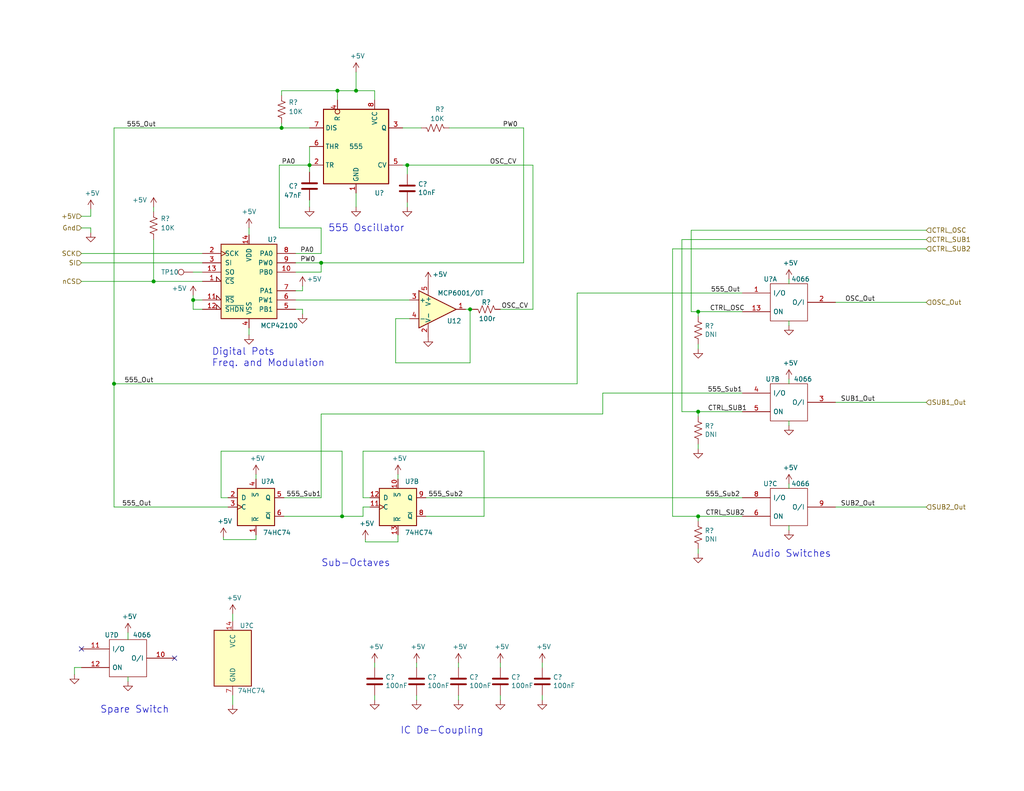
<source format=kicad_sch>
(kicad_sch (version 20231120) (generator "eeschema") (generator_version "8.0")
  (paper "A")
  (title_block (title "555 Noise Box") (date "2024-05-29") (rev "1") (company "Gadget Reboot") (comment 1 "https://www.youtube.com/gadgetreboot") (comment 2 "https://github.com/GadgetReboot/555_Noise_Box"))
  (lib_symbols
    (symbol "74xx:74HC74" (pin_names (offset 1.016))
      (property "Reference" "U" (at -7.62 8.89 0))
      (property "Value" "74HC74" (at -7.62 -8.89 0))
      (symbol "74HC74_1_0"
        (pin input line (at 0 -7.62 90) (length 2.54) (name "~{R}") (number "1"))
        (pin input line (at -7.62 2.54 0) (length 2.54) (name "D") (number "2"))
        (pin input clock (at -7.62 0 0) (length 2.54) (name "C") (number "3"))
        (pin input line (at 0 7.62 270) (length 2.54) (name "~{S}") (number "4"))
        (pin output line (at 7.62 2.54 180) (length 2.54) (name "Q") (number "5"))
        (pin output line (at 7.62 -2.54 180) (length 2.54) (name "~{Q}") (number "6"))
      )
      (symbol "74HC74_1_1"
        (rectangle (start -5.08 5.08) (end 5.08 -5.08) (stroke (width 0.254)) (fill (type background)))
      )
      (symbol "74HC74_2_0"
        (pin input line (at 0 7.62 270) (length 2.54) (name "~{S}") (number "10"))
        (pin input clock (at -7.62 0 0) (length 2.54) (name "C") (number "11"))
        (pin input line (at -7.62 2.54 0) (length 2.54) (name "D") (number "12"))
        (pin input line (at 0 -7.62 90) (length 2.54) (name "~{R}") (number "13"))
        (pin output line (at 7.62 -2.54 180) (length 2.54) (name "~{Q}") (number "8"))
        (pin output line (at 7.62 2.54 180) (length 2.54) (name "Q") (number "9"))
      )
      (symbol "74HC74_2_1"
        (rectangle (start -5.08 5.08) (end 5.08 -5.08) (stroke (width 0.254)) (fill (type background)))
      )
      (symbol "74HC74_3_0"
        (pin power_in line (at 0 10.16 270) (length 2.54) (name "VCC") (number "14"))
        (pin power_in line (at 0 -10.16 90) (length 2.54) (name "GND") (number "7"))
      )
      (symbol "74HC74_3_1"
        (rectangle (start -5.08 7.62) (end 5.08 -7.62) (stroke (width 0.254)) (fill (type background)))
      )
    )
    (symbol "Amplifier_Operational:MCP6001-OT" (pin_names (offset 0.127))
      (property "Reference" "U" (at -1.27 6.35 0))
      (property "Value" "MCP6001-OT" (at -1.27 3.81 0))
      (symbol "MCP6001-OT_0_1"
        (polyline (pts (xy -5.08 5.08) (xy 5.08 0) (xy -5.08 -5.08) (xy -5.08 5.08)) (stroke (width 0.254)) (fill (type background)))
        (pin power_in line (at -2.54 -7.62 90) (length 3.81) (name "V-") (number "2"))
        (pin power_in line (at -2.54 7.62 270) (length 3.81) (name "V+") (number "5"))
      )
      (symbol "MCP6001-OT_1_1"
        (pin output line (at 7.62 0 180) (length 2.54) (name "~") (number "1"))
        (pin input line (at -7.62 2.54 0) (length 2.54) (name "+") (number "3"))
        (pin input line (at -7.62 -2.54 0) (length 2.54) (name "-") (number "4"))
      )
    )
    (symbol "Connector:TestPoint" (pin_numbers hide) (pin_names (offset 0.762) hide)
      (property "Reference" "TP" (at 0 6.858 0))
      (property "Value" "TestPoint" (at 0 5.08 0))
      (symbol "TestPoint_0_1"
        (circle (center 0 3.302) (radius 0.762))
      )
      (symbol "TestPoint_1_1"
        (pin passive line (at 0 0 90) (length 2.54) (name "1") (number "1"))
      )
    )
    (symbol "Device:C" (pin_numbers hide) (pin_names (offset 0.254))
      (property "Reference" "C" (at 0.635 2.54 0))
      (property "Value" "C" (at 0.635 -2.54 0))
      (symbol "C_0_1"
        (polyline (pts (xy -2.032 -0.762) (xy 2.032 -0.762)) (stroke (width 0.508)))
        (polyline (pts (xy -2.032 0.762) (xy 2.032 0.762)) (stroke (width 0.508)))
      )
      (symbol "C_1_1"
        (pin passive line (at 0 3.81 270) (length 2.794) (name "~") (number "1"))
        (pin passive line (at 0 -3.81 90) (length 2.794) (name "~") (number "2"))
      )
    )
    (symbol "Device:R_US" (pin_numbers hide) (pin_names (offset 0))
      (property "Reference" "R" (at 2.54 0 90))
      (property "Value" "R_US" (at -2.54 0 90))
      (symbol "R_US_0_1"
        (polyline (pts (xy 0 -2.286) (xy 0 -2.54)))
        (polyline (pts (xy 0 2.286) (xy 0 2.54)))
        (polyline (pts (xy 0 -0.762) (xy 1.016 -1.143) (xy 0 -1.524) (xy -1.016 -1.905) (xy 0 -2.286)))
        (polyline (pts (xy 0 0.762) (xy 1.016 0.381) (xy 0 0) (xy -1.016 -0.381) (xy 0 -0.762)))
        (polyline (pts (xy 0 2.286) (xy 1.016 1.905) (xy 0 1.524) (xy -1.016 1.143) (xy 0 0.762)))
      )
      (symbol "R_US_1_1"
        (pin passive line (at 0 3.81 270) (length 1.27) (name "~") (number "1"))
        (pin passive line (at 0 -3.81 90) (length 1.27) (name "~") (number "2"))
      )
    )
    (symbol "GR_555_Noise_Box-rescue:+5V-power" (power) (pin_names (offset 0))
      (property "Value" "power_+5V" (at 0 3.556 0))
      (symbol "+5V-power_0_1"
        (polyline (pts (xy -0.762 1.27) (xy 0 2.54)))
        (polyline (pts (xy 0 0) (xy 0 2.54)))
        (polyline (pts (xy 0 2.54) (xy 0.762 1.27)))
      )
      (symbol "+5V-power_1_1"
        (pin power_in line (at 0 0 90) (length 0) hide (name "+5V") (number "1"))
      )
    )
    (symbol "GR_555_Noise_Box-rescue:4066-4xxx_IEEE" (pin_names (offset 0.762))
      (property "Reference" "U" (at 2.54 5.08 0))
      (property "Value" "4xxx_IEEE_4066" (at 5.08 -5.08 0))
      (symbol "4066-4xxx_IEEE_0_1"
        (rectangle (start -5.08 5.08) (end 5.08 -5.08))
        (pin power_in line (at 0 5.08 270) (length 0) hide (name "Vdd") (number "14"))
        (pin power_in line (at 0 -5.08 90) (length 0) hide (name "Vss") (number "7"))
      )
      (symbol "4066-4xxx_IEEE_1_1"
        (pin passive line (at -12.7 2.54 0) (length 7.62) (name "I/O") (number "1"))
        (pin input line (at -12.7 -2.54 0) (length 7.62) (name "ON") (number "13"))
        (pin passive line (at 12.7 0 180) (length 7.62) (name "O/I") (number "2"))
      )
      (symbol "4066-4xxx_IEEE_2_1"
        (pin passive line (at 12.7 0 180) (length 7.62) (name "O/I") (number "3"))
        (pin passive line (at -12.7 2.54 0) (length 7.62) (name "I/O") (number "4"))
        (pin input line (at -12.7 -2.54 0) (length 7.62) (name "ON") (number "5"))
      )
      (symbol "4066-4xxx_IEEE_3_1"
        (pin input line (at -12.7 -2.54 0) (length 7.62) (name "ON") (number "6"))
        (pin passive line (at -12.7 2.54 0) (length 7.62) (name "I/O") (number "8"))
        (pin passive line (at 12.7 0 180) (length 7.62) (name "O/I") (number "9"))
      )
      (symbol "4066-4xxx_IEEE_4_1"
        (pin passive line (at 12.7 0 180) (length 7.62) (name "O/I") (number "10"))
        (pin passive line (at -12.7 2.54 0) (length 7.62) (name "I/O") (number "11"))
        (pin input line (at -12.7 -2.54 0) (length 7.62) (name "ON") (number "12"))
      )
    )
    (symbol "GR_555_Noise_Box-rescue:GND-power" (power) (pin_names (offset 0))
      (property "Value" "power_GND" (at 0 -3.81 0))
      (symbol "GND-power_0_1"
        (polyline (pts (xy 0 0) (xy 0 -1.27) (xy 1.27 -1.27) (xy 0 -2.54) (xy -1.27 -1.27) (xy 0 -1.27)))
      )
      (symbol "GND-power_1_1"
        (pin power_in line (at 0 0 270) (length 0) hide (name "GND") (number "1"))
      )
    )
    (symbol "Potentiometer_Digital:MCP42100" (pin_names (offset 1.016))
      (property "Reference" "U" (at -7.62 11.43 0))
      (property "Value" "MCP42100" (at 2.54 11.43 0))
      (symbol "MCP42100_0_1"
        (rectangle (start -7.62 10.16) (end 7.62 -10.16) (stroke (width 0.254)) (fill (type background)))
      )
      (symbol "MCP42100_1_1"
        (pin input input_low (at -12.7 0 0) (length 5.08) (name "~{CS}") (number "1"))
        (pin passive line (at 12.7 2.54 180) (length 5.08) (name "PB0") (number "10"))
        (pin input input_low (at -12.7 -5.08 0) (length 5.08) (name "~{RS}") (number "11"))
        (pin input input_low (at -12.7 -7.62 0) (length 5.08) (name "~{SHDN}") (number "12"))
        (pin output line (at -12.7 2.54 0) (length 5.08) (name "SO") (number "13"))
        (pin power_in line (at 0 12.7 270) (length 2.54) (name "VDD") (number "14"))
        (pin input clock (at -12.7 7.62 0) (length 5.08) (name "SCK") (number "2"))
        (pin input line (at -12.7 5.08 0) (length 5.08) (name "SI") (number "3"))
        (pin power_in line (at 0 -12.7 90) (length 2.54) (name "VSS") (number "4"))
        (pin passive line (at 12.7 -7.62 180) (length 5.08) (name "PB1") (number "5"))
        (pin passive line (at 12.7 -5.08 180) (length 5.08) (name "PW1") (number "6"))
        (pin passive line (at 12.7 -2.54 180) (length 5.08) (name "PA1") (number "7"))
        (pin passive line (at 12.7 7.62 180) (length 5.08) (name "PA0") (number "8"))
        (pin passive line (at 12.7 5.08 180) (length 5.08) (name "PW0") (number "9"))
      )
    )
    (symbol "SoundLogic:555"
      (property "Reference" "U" (at -10.16 8.89 0))
      (property "Value" "555" (at -1.27 0 0))
      (symbol "555_0_0"
        (pin power_in line (at 0 -12.7 90) (length 2.54) (name "GND") (number "1"))
        (pin power_in line (at 5.08 12.7 270) (length 2.54) (name "VCC") (number "8"))
      )
      (symbol "555_0_1"
        (rectangle (start -8.89 -10.16) (end 8.89 10.16) (stroke (width 0.254)) (fill (type background)))
        (rectangle (start -8.89 -10.16) (end 8.89 10.16) (stroke (width 0.254)) (fill (type background)))
      )
      (symbol "555_1_1"
        (pin input line (at -12.7 -5.08 0) (length 3.81) (name "TR") (number "2"))
        (pin output line (at 12.7 5.08 180) (length 3.81) (name "Q") (number "3"))
        (pin input inverted (at -5.08 12.7 270) (length 3.81) (name "R") (number "4"))
        (pin input line (at 12.7 -5.08 180) (length 3.81) (name "CV") (number "5"))
        (pin input line (at -12.7 0 0) (length 3.81) (name "THR") (number "6"))
        (pin input line (at -12.7 5.08 0) (length 3.81) (name "DIS") (number "7"))
      )
    )
  )
  (junction (at 31.115 104.775))
  (junction (at 97.155 24.765))
  (junction (at 92.075 24.765))
  (junction (at 93.345 140.97))
  (junction (at 87.63 71.755))
  (junction (at 41.91 76.835))
  (junction (at 190.5 85.09))
  (junction (at 190.5 140.97))
  (junction (at 190.5 112.395))
  (junction (at 52.705 81.915))
  (junction (at 84.455 45.085))
  (junction (at 76.835 34.925))
  (junction (at 128.27 84.455))
  (junction (at 111.125 45.085))
  (no_connect (at 47.625 179.705))
  (no_connect (at 22.225 177.165))
  (wire (pts (xy 22.225 59.055) (xy 24.765 59.055)))
  (wire (pts (xy 116.205 135.89) (xy 202.565 135.89)))
  (wire (pts (xy 84.455 45.085) (xy 76.2 45.085)))
  (wire (pts (xy 69.85 147.32) (xy 69.85 146.05)))
  (wire (pts (xy 142.875 71.755) (xy 142.875 34.925)))
  (wire (pts (xy 164.465 113.03) (xy 87.63 113.03)))
  (wire (pts (xy 227.965 109.855) (xy 252.73 109.855)))
  (wire (pts (xy 77.47 135.89) (xy 87.63 135.89)))
  (wire (pts (xy 84.455 46.99) (xy 84.455 45.085)))
  (wire (pts (xy 84.455 54.61) (xy 84.455 56.515)))
  (wire (pts (xy 34.925 184.785) (xy 34.925 186.055)))
  (wire (pts (xy 62.23 138.43) (xy 31.115 138.43)))
  (wire (pts (xy 186.055 65.405) (xy 252.73 65.405)))
  (wire (pts (xy 62.23 135.89) (xy 60.325 135.89)))
  (wire (pts (xy 215.265 76.2) (xy 215.265 77.47)))
  (wire (pts (xy 102.235 182.245) (xy 102.235 180.975)))
  (wire (pts (xy 102.235 189.865) (xy 102.235 191.135)))
  (wire (pts (xy 55.245 84.455) (xy 52.705 84.455)))
  (wire (pts (xy 22.225 62.23) (xy 24.765 62.23)))
  (wire (pts (xy 84.455 34.925) (xy 76.835 34.925)))
  (wire (pts (xy 190.5 113.665) (xy 190.5 112.395)))
  (wire (pts (xy 190.5 121.285) (xy 190.5 122.555)))
  (wire (pts (xy 31.115 104.775) (xy 31.115 34.925)))
  (wire (pts (xy 99.06 138.43) (xy 100.965 138.43)))
  (wire (pts (xy 102.235 27.305) (xy 102.235 24.765)))
  (wire (pts (xy 69.85 130.81) (xy 69.85 129.54)))
  (wire (pts (xy 99.06 140.97) (xy 99.06 138.43)))
  (wire (pts (xy 147.955 182.245) (xy 147.955 180.975)))
  (wire (pts (xy 22.225 182.245) (xy 20.32 182.245)))
  (wire (pts (xy 24.765 62.23) (xy 24.765 63.5)))
  (wire (pts (xy 125.095 189.865) (xy 125.095 191.135)))
  (wire (pts (xy 136.525 84.455) (xy 145.415 84.455)))
  (wire (pts (xy 108.585 147.955) (xy 108.585 146.05)))
  (wire (pts (xy 100.965 135.89) (xy 99.06 135.89)))
  (wire (pts (xy 128.27 84.455) (xy 128.905 84.455)))
  (wire (pts (xy 60.325 135.89) (xy 60.325 123.19)))
  (wire (pts (xy 188.595 62.865) (xy 252.73 62.865)))
  (wire (pts (xy 87.63 62.23) (xy 87.63 69.215)))
  (wire (pts (xy 190.5 85.09) (xy 202.565 85.09)))
  (wire (pts (xy 20.32 182.245) (xy 20.32 184.15)))
  (wire (pts (xy 93.345 140.97) (xy 99.06 140.97)))
  (wire (pts (xy 136.525 189.865) (xy 136.525 191.135)))
  (wire (pts (xy 99.06 123.19) (xy 132.08 123.19)))
  (wire (pts (xy 52.705 84.455) (xy 52.705 81.915)))
  (wire (pts (xy 87.63 71.755) (xy 142.875 71.755)))
  (wire (pts (xy 67.945 89.535) (xy 67.945 91.44)))
  (wire (pts (xy 22.225 69.215) (xy 55.245 69.215)))
  (wire (pts (xy 215.265 132.08) (xy 215.265 133.35)))
  (wire (pts (xy 188.595 85.09) (xy 190.5 85.09)))
  (wire (pts (xy 109.855 34.925) (xy 114.935 34.925)))
  (wire (pts (xy 87.63 113.03) (xy 87.63 135.89)))
  (wire (pts (xy 41.91 76.835) (xy 55.245 76.835)))
  (wire (pts (xy 102.235 24.765) (xy 97.155 24.765)))
  (wire (pts (xy 109.855 45.085) (xy 111.125 45.085)))
  (wire (pts (xy 202.565 107.315) (xy 164.465 107.315)))
  (wire (pts (xy 188.595 85.09) (xy 188.595 62.865)))
  (wire (pts (xy 55.245 71.755) (xy 22.225 71.755)))
  (wire (pts (xy 31.115 34.925) (xy 76.835 34.925)))
  (wire (pts (xy 88.265 45.085) (xy 84.455 45.085)))
  (wire (pts (xy 60.96 146.685) (xy 60.96 147.32)))
  (wire (pts (xy 215.265 143.51) (xy 215.265 144.78)))
  (wire (pts (xy 122.555 34.925) (xy 142.875 34.925)))
  (wire (pts (xy 52.705 74.295) (xy 55.245 74.295)))
  (wire (pts (xy 132.08 140.97) (xy 116.205 140.97)))
  (wire (pts (xy 111.125 45.085) (xy 111.125 47.625)))
  (wire (pts (xy 215.265 87.63) (xy 215.265 88.9)))
  (wire (pts (xy 157.48 104.775) (xy 31.115 104.775)))
  (wire (pts (xy 107.95 86.995) (xy 107.95 99.06)))
  (wire (pts (xy 41.91 65.405) (xy 41.91 76.835)))
  (wire (pts (xy 111.76 86.995) (xy 107.95 86.995)))
  (wire (pts (xy 63.5 192.405) (xy 63.5 189.865)))
  (wire (pts (xy 136.525 182.245) (xy 136.525 180.975)))
  (wire (pts (xy 164.465 107.315) (xy 164.465 113.03)))
  (wire (pts (xy 22.225 76.835) (xy 41.91 76.835)))
  (wire (pts (xy 113.665 182.245) (xy 113.665 180.975)))
  (wire (pts (xy 84.455 40.005) (xy 84.455 45.085)))
  (wire (pts (xy 186.055 112.395) (xy 186.055 65.405)))
  (wire (pts (xy 63.5 169.545) (xy 63.5 167.64)))
  (wire (pts (xy 80.645 69.215) (xy 87.63 69.215)))
  (wire (pts (xy 145.415 45.085) (xy 145.415 84.455)))
  (wire (pts (xy 34.925 174.625) (xy 34.925 172.72)))
  (wire (pts (xy 97.155 52.705) (xy 97.155 56.515)))
  (wire (pts (xy 60.96 147.32) (xy 69.85 147.32)))
  (wire (pts (xy 183.515 140.97) (xy 190.5 140.97)))
  (wire (pts (xy 190.5 151.13) (xy 190.5 149.86)))
  (wire (pts (xy 127 84.455) (xy 128.27 84.455)))
  (wire (pts (xy 93.345 123.19) (xy 93.345 140.97)))
  (wire (pts (xy 76.2 62.23) (xy 87.63 62.23)))
  (wire (pts (xy 31.115 138.43) (xy 31.115 104.775)))
  (wire (pts (xy 93.345 140.97) (xy 77.47 140.97)))
  (wire (pts (xy 82.55 79.375) (xy 82.55 78.105)))
  (wire (pts (xy 157.48 80.01) (xy 157.48 104.775)))
  (wire (pts (xy 80.645 71.755) (xy 87.63 71.755)))
  (wire (pts (xy 92.075 24.765) (xy 92.075 27.305)))
  (wire (pts (xy 99.695 147.955) (xy 108.585 147.955)))
  (wire (pts (xy 24.765 59.055) (xy 24.765 57.15)))
  (wire (pts (xy 99.695 147.32) (xy 99.695 147.955)))
  (wire (pts (xy 157.48 80.01) (xy 202.565 80.01)))
  (wire (pts (xy 111.125 55.245) (xy 111.125 56.515)))
  (wire (pts (xy 82.55 84.455) (xy 82.55 85.725)))
  (wire (pts (xy 97.155 19.685) (xy 97.155 24.765)))
  (wire (pts (xy 128.27 84.455) (xy 128.27 99.06)))
  (wire (pts (xy 108.585 130.81) (xy 108.585 129.54)))
  (wire (pts (xy 183.515 67.945) (xy 183.515 140.97)))
  (wire (pts (xy 76.835 34.925) (xy 76.835 33.655)))
  (wire (pts (xy 80.645 79.375) (xy 82.55 79.375)))
  (wire (pts (xy 190.5 95.25) (xy 190.5 93.98)))
  (wire (pts (xy 190.5 112.395) (xy 202.565 112.395)))
  (wire (pts (xy 190.5 142.24) (xy 190.5 140.97)))
  (wire (pts (xy 215.265 114.935) (xy 215.265 116.205)))
  (wire (pts (xy 227.965 138.43) (xy 252.73 138.43)))
  (wire (pts (xy 80.645 84.455) (xy 82.55 84.455)))
  (wire (pts (xy 227.965 82.55) (xy 252.73 82.55)))
  (wire (pts (xy 41.91 56.515) (xy 41.91 57.785)))
  (wire (pts (xy 52.705 81.915) (xy 52.705 80.645)))
  (wire (pts (xy 186.055 112.395) (xy 190.5 112.395)))
  (wire (pts (xy 113.665 189.865) (xy 113.665 191.135)))
  (wire (pts (xy 99.06 135.89) (xy 99.06 123.19)))
  (wire (pts (xy 132.08 123.19) (xy 132.08 140.97)))
  (wire (pts (xy 111.125 45.085) (xy 145.415 45.085)))
  (wire (pts (xy 107.95 99.06) (xy 128.27 99.06)))
  (wire (pts (xy 80.645 81.915) (xy 111.76 81.915)))
  (wire (pts (xy 87.63 74.295) (xy 87.63 71.755)))
  (wire (pts (xy 125.095 182.245) (xy 125.095 180.975)))
  (wire (pts (xy 76.2 62.23) (xy 76.2 45.085)))
  (wire (pts (xy 97.155 24.765) (xy 92.075 24.765)))
  (wire (pts (xy 76.835 24.765) (xy 92.075 24.765)))
  (wire (pts (xy 190.5 86.36) (xy 190.5 85.09)))
  (wire (pts (xy 215.265 103.505) (xy 215.265 104.775)))
  (wire (pts (xy 67.945 62.23) (xy 67.945 64.135)))
  (wire (pts (xy 76.835 24.765) (xy 76.835 26.035)))
  (wire (pts (xy 55.245 81.915) (xy 52.705 81.915)))
  (wire (pts (xy 147.955 189.865) (xy 147.955 191.135)))
  (wire (pts (xy 252.73 67.945) (xy 183.515 67.945)))
  (wire (pts (xy 80.645 74.295) (xy 87.63 74.295)))
  (wire (pts (xy 190.5 140.97) (xy 202.565 140.97)))
  (wire (pts (xy 60.325 123.19) (xy 93.345 123.19)))
  (text "Audio Switches" (at 205.105 152.4 0) (effects (font (size 1.905 1.905)) (justify left bottom)))
  (text "Sub-Octaves" (at 87.63 154.94 0) (effects (font (size 1.905 1.905)) (justify left bottom)))
  (text "Spare Switch" (at 27.305 194.945 0) (effects (font (size 1.905 1.905)) (justify left bottom)))
  (text "555 Oscillator" (at 89.535 63.5 0) (effects (font (size 1.905 1.905)) (justify left bottom)))
  (text "Digital Pots\nFreq. and Modulation" (at 57.785 100.33 0) (effects (font (size 1.905 1.905)) (justify left bottom)))
  (text "IC De-Coupling" (at 109.22 200.66 0) (effects (font (size 1.905 1.905)) (justify left bottom)))
  (label "555_Sub2" (at 126.365 135.89 180))
  (label "SUB1_Out" (at 238.76 109.855 180))
  (label "CTRL_SUB1" (at 203.835 112.395 180))
  (label "OSC_Out" (at 238.76 82.55 180))
  (label "555_Out" (at 41.275 138.43 180))
  (label "OSC_CV" (at 140.97 45.085 180))
  (label "555_Out" (at 201.93 80.01 180))
  (label "PA0" (at 81.915 69.215 0))
  (label "555_Out" (at 41.91 104.775 180))
  (label "OSC_CV" (at 144.145 84.455 180))
  (label "PW0" (at 81.915 71.755 0))
  (label "CTRL_SUB2" (at 203.2 140.97 180))
  (label "555_Sub1" (at 202.565 107.315 180))
  (label "555_Sub1" (at 87.63 135.89 180))
  (label "CTRL_OSC" (at 203.2 85.09 180))
  (label "SUB2_Out" (at 238.76 138.43 180))
  (label "PA0" (at 76.835 45.085 0))
  (label "PW0" (at 137.16 34.925 0))
  (label "555_Sub2" (at 201.93 135.89 180))
  (label "555_Out" (at 42.545 34.925 180))
  (hierarchical_label "Gnd" (shape input) (at 22.225 62.23 180))
  (hierarchical_label "CTRL_OSC" (shape input) (at 252.73 62.865 0))
  (hierarchical_label "SCK" (shape input) (at 22.225 69.215 180))
  (hierarchical_label "+5V" (shape input) (at 22.225 59.055 180))
  (hierarchical_label "nCS" (shape input) (at 22.225 76.835 180))
  (hierarchical_label "CTRL_SUB1" (shape input) (at 252.73 65.405 0))
  (hierarchical_label "CTRL_SUB2" (shape input) (at 252.73 67.945 0))
  (hierarchical_label "SUB1_Out" (shape input) (at 252.73 109.855 0))
  (hierarchical_label "SI" (shape input) (at 22.225 71.755 180))
  (hierarchical_label "OSC_Out" (shape input) (at 252.73 82.55 0))
  (hierarchical_label "SUB2_Out" (shape input) (at 252.73 138.43 0))
  (symbol (lib_id "GR_555_Noise_Box-rescue:4066-4xxx_IEEE") (at 34.925 179.705 0) (unit 1)
    (property "Reference" "U3" (at 30.48 173.355 0))
    (property "Value" "4066" (at 38.735 173.355 0))
    (property "Footprint" "Package_SO:SOIC-14_3.9x8.7mm_P1.27mm" (effects (hide yes)))
    (instances (project "" (path "" (reference "U?") (unit 4)) (path "" (reference "U8") (unit 1)) (path "" (reference "U3") (unit 1))))
  )
  (symbol (lib_id "GR_555_Noise_Box-rescue:+5V-power") (at 34.925 172.72 0) (unit 1)
    (property "Reference" "#PWR039" (effects (hide yes)))
    (property "Value" "+5V" (at 35.306 168.3258 0))
    (instances (project "" (path "" (reference "#PWR?") (unit 1)) (path "" (reference "#PWR081") (unit 1)) (path "" (reference "#PWR039") (unit 1))))
  )
  (symbol (lib_id "GR_555_Noise_Box-rescue:GND-power") (at 34.925 186.055 0) (unit 1)
    (property "Reference" "#PWR040" (effects (hide yes)))
    (property "Value" "GND" (effects (hide yes)))
    (instances (project "" (path "" (reference "#PWR?") (unit 1)) (path "" (reference "#PWR082") (unit 1)) (path "" (reference "#PWR040") (unit 1))))
  )
  (symbol (lib_id "Amplifier_Operational:MCP6001-OT") (at 119.38 84.455 0) (unit 1)
    (property "Reference" "U12" (at 121.92 87.63 0) (effects (justify left)))
    (property "Value" "MCP6001/OT" (at 119.38 80.01 0) (effects (justify left)))
    (property "Footprint" "Package_TO_SOT_SMD:SOT-23-5" (effects (hide yes)))
    (instances (project "" (path "" (reference "U12") (unit 1)) (path "" (reference "U7") (unit 1))))
  )
  (symbol (lib_id "GR_555_Noise_Box-rescue:+5V-power") (at 116.84 76.835 0) (unit 1)
    (property "Reference" "#PWR061" (effects (hide yes)))
    (property "Value" "+5V" (at 120.015 74.93 0))
    (instances (project "" (path "" (reference "#PWR?") (unit 1)) (path "" (reference "#PWR0103") (unit 1)) (path "" (reference "#PWR061") (unit 1))))
  )
  (symbol (lib_id "GR_555_Noise_Box-rescue:GND-power") (at 116.84 92.075 0) (unit 1)
    (property "Reference" "#PWR062" (effects (hide yes)))
    (property "Value" "GND" (effects (hide yes)))
    (instances (project "" (path "" (reference "#PWR?") (unit 1)) (path "" (reference "#PWR0104") (unit 1)) (path "" (reference "#PWR062") (unit 1))))
  )
  (symbol (lib_id "GR_555_Noise_Box-rescue:GND-power") (at 20.32 184.15 0) (unit 1)
    (property "Reference" "#PWR036" (effects (hide yes)))
    (property "Value" "GND" (effects (hide yes)))
    (instances (project "" (path "" (reference "#PWR?") (unit 1)) (path "" (reference "#PWR078") (unit 1)) (path "" (reference "#PWR036") (unit 1))))
  )
  (symbol (lib_id "Device:C") (at 102.235 186.055 0) (unit 1)
    (property "Reference" "C5" (at 105.156 184.8866 0) (effects (justify left)))
    (property "Value" "100nF" (at 105.156 187.198 0) (effects (justify left)))
    (property "Footprint" "Capacitor_SMD:C_0805_2012Metric_Pad1.15x1.40mm_HandSolder" (effects (hide yes)))
    (instances (project "" (path "" (reference "C?") (unit 1)) (path "" (reference "C12") (unit 1)) (path "" (reference "C5") (unit 1))))
  )
  (symbol (lib_id "GR_555_Noise_Box-rescue:GND-power") (at 102.235 191.135 0) (unit 1)
    (property "Reference" "#PWR056" (effects (hide yes)))
    (property "Value" "GND" (effects (hide yes)))
    (instances (project "" (path "" (reference "#PWR?") (unit 1)) (path "" (reference "#PWR098") (unit 1)) (path "" (reference "#PWR056") (unit 1))))
  )
  (symbol (lib_id "GR_555_Noise_Box-rescue:+5V-power") (at 102.235 180.975 0) (unit 1)
    (property "Reference" "#PWR055" (effects (hide yes)))
    (property "Value" "+5V" (at 102.616 176.5808 0))
    (instances (project "" (path "" (reference "#PWR?") (unit 1)) (path "" (reference "#PWR097") (unit 1)) (path "" (reference "#PWR055") (unit 1))))
  )
  (symbol (lib_id "Device:C") (at 113.665 186.055 0) (unit 1)
    (property "Reference" "C7" (at 116.586 184.8866 0) (effects (justify left)))
    (property "Value" "100nF" (at 116.586 187.198 0) (effects (justify left)))
    (property "Footprint" "Capacitor_SMD:C_0805_2012Metric_Pad1.15x1.40mm_HandSolder" (effects (hide yes)))
    (instances (project "" (path "" (reference "C?") (unit 1)) (path "" (reference "C14") (unit 1)) (path "" (reference "C7") (unit 1))))
  )
  (symbol (lib_id "GR_555_Noise_Box-rescue:GND-power") (at 113.665 191.135 0) (unit 1)
    (property "Reference" "#PWR060" (effects (hide yes)))
    (property "Value" "GND" (effects (hide yes)))
    (instances (project "" (path "" (reference "#PWR?") (unit 1)) (path "" (reference "#PWR0102") (unit 1)) (path "" (reference "#PWR060") (unit 1))))
  )
  (symbol (lib_id "Device:C") (at 125.095 186.055 0) (unit 1)
    (property "Reference" "C8" (at 128.016 184.8866 0) (effects (justify left)))
    (property "Value" "100nF" (at 128.016 187.198 0) (effects (justify left)))
    (property "Footprint" "Capacitor_SMD:C_0805_2012Metric_Pad1.15x1.40mm_HandSolder" (effects (hide yes)))
    (instances (project "" (path "" (reference "C?") (unit 1)) (path "" (reference "C15") (unit 1)) (path "" (reference "C8") (unit 1))))
  )
  (symbol (lib_id "GR_555_Noise_Box-rescue:GND-power") (at 125.095 191.135 0) (unit 1)
    (property "Reference" "#PWR064" (effects (hide yes)))
    (property "Value" "GND" (effects (hide yes)))
    (instances (project "" (path "" (reference "#PWR?") (unit 1)) (path "" (reference "#PWR0106") (unit 1)) (path "" (reference "#PWR064") (unit 1))))
  )
  (symbol (lib_id "GR_555_Noise_Box-rescue:+5V-power") (at 113.665 180.975 0) (unit 1)
    (property "Reference" "#PWR059" (effects (hide yes)))
    (property "Value" "+5V" (at 114.046 176.5808 0))
    (instances (project "" (path "" (reference "#PWR?") (unit 1)) (path "" (reference "#PWR0101") (unit 1)) (path "" (reference "#PWR059") (unit 1))))
  )
  (symbol (lib_id "GR_555_Noise_Box-rescue:+5V-power") (at 125.095 180.975 0) (unit 1)
    (property "Reference" "#PWR063" (effects (hide yes)))
    (property "Value" "+5V" (at 125.476 176.5808 0))
    (instances (project "" (path "" (reference "#PWR?") (unit 1)) (path "" (reference "#PWR0105") (unit 1)) (path "" (reference "#PWR063") (unit 1))))
  )
  (symbol (lib_id "Device:C") (at 136.525 186.055 0) (unit 1)
    (property "Reference" "C9" (at 139.446 184.8866 0) (effects (justify left)))
    (property "Value" "100nF" (at 139.446 187.198 0) (effects (justify left)))
    (property "Footprint" "Capacitor_SMD:C_0805_2012Metric_Pad1.15x1.40mm_HandSolder" (effects (hide yes)))
    (instances (project "" (path "" (reference "C?") (unit 1)) (path "" (reference "C16") (unit 1)) (path "" (reference "C9") (unit 1))))
  )
  (symbol (lib_id "GR_555_Noise_Box-rescue:GND-power") (at 136.525 191.135 0) (unit 1)
    (property "Reference" "#PWR066" (effects (hide yes)))
    (property "Value" "GND" (effects (hide yes)))
    (instances (project "" (path "" (reference "#PWR?") (unit 1)) (path "" (reference "#PWR0108") (unit 1)) (path "" (reference "#PWR066") (unit 1))))
  )
  (symbol (lib_id "GR_555_Noise_Box-rescue:+5V-power") (at 136.525 180.975 0) (unit 1)
    (property "Reference" "#PWR065" (effects (hide yes)))
    (property "Value" "+5V" (at 136.906 176.5808 0))
    (instances (project "" (path "" (reference "#PWR?") (unit 1)) (path "" (reference "#PWR0107") (unit 1)) (path "" (reference "#PWR065") (unit 1))))
  )
  (symbol (lib_id "GR_555_Noise_Box-rescue:GND-power") (at 97.155 56.515 0) (unit 1)
    (property "Reference" "#PWR053" (effects (hide yes)))
    (property "Value" "GND" (effects (hide yes)))
    (instances (project "" (path "" (reference "#PWR?") (unit 1)) (path "" (reference "#PWR095") (unit 1)) (path "" (reference "#PWR053") (unit 1))))
  )
  (symbol (lib_id "GR_555_Noise_Box-rescue:GND-power") (at 84.455 56.515 0) (unit 1)
    (property "Reference" "#PWR051" (effects (hide yes)))
    (property "Value" "GND" (effects (hide yes)))
    (instances (project "" (path "" (reference "#PWR?") (unit 1)) (path "" (reference "#PWR093") (unit 1)) (path "" (reference "#PWR051") (unit 1))))
  )
  (symbol (lib_id "SoundLogic:555") (at 97.155 40.005 0) (unit 1)
    (property "Reference" "U6" (at 103.505 52.705 0))
    (property "Value" "555" (at 97.155 40.005 0))
    (property "Footprint" "Package_SO:SOIC-8_3.9x4.9mm_P1.27mm" (effects (hide yes)))
    (property "Datasheet" "http://www.ti.com/lit/ds/symlink/lm555.pdf" (effects (hide yes)))
    (instances (project "" (path "" (reference "U?") (unit 1)) (path "" (reference "U11") (unit 1)) (path "" (reference "U6") (unit 1))))
  )
  (symbol (lib_id "Device:R_US") (at 76.835 29.845 0) (unit 1)
    (property "Reference" "R13" (at 78.74 27.94 0) (effects (justify left)))
    (property "Value" "10K" (at 78.74 30.48 0) (effects (justify left)))
    (property "Footprint" "Resistor_SMD:R_0805_2012Metric_Pad1.15x1.40mm_HandSolder" (effects (hide yes)))
    (instances (project "" (path "" (reference "R?") (unit 1)) (path "" (reference "R20") (unit 1)) (path "" (reference "R13") (unit 1))))
  )
  (symbol (lib_id "Device:R_US") (at 118.745 34.925 90) (mirror x) (unit 1)
    (property "Reference" "R14" (at 121.285 29.845 90) (effects (justify left)))
    (property "Value" "10K" (at 121.285 32.385 90) (effects (justify left)))
    (property "Footprint" "Resistor_SMD:R_0805_2012Metric_Pad1.15x1.40mm_HandSolder" (effects (hide yes)))
    (instances (project "" (path "" (reference "R?") (unit 1)) (path "" (reference "R21") (unit 1)) (path "" (reference "R14") (unit 1))))
  )
  (symbol (lib_id "GR_555_Noise_Box-rescue:GND-power") (at 111.125 56.515 0) (unit 1)
    (property "Reference" "#PWR058" (effects (hide yes)))
    (property "Value" "GND" (effects (hide yes)))
    (instances (project "" (path "" (reference "#PWR?") (unit 1)) (path "" (reference "#PWR0100") (unit 1)) (path "" (reference "#PWR058") (unit 1))))
  )
  (symbol (lib_id "GR_555_Noise_Box-rescue:+5V-power") (at 97.155 19.685 0) (unit 1)
    (property "Reference" "#PWR052" (effects (hide yes)))
    (property "Value" "+5V" (at 97.536 15.2908 0))
    (instances (project "" (path "" (reference "#PWR?") (unit 1)) (path "" (reference "#PWR094") (unit 1)) (path "" (reference "#PWR052") (unit 1))))
  )
  (symbol (lib_id "74xx:74HC74") (at 69.85 138.43 0) (unit 1)
    (property "Reference" "U4" (at 73.025 131.445 0))
    (property "Value" "74HC74" (at 75.565 145.415 0))
    (property "Footprint" "Package_SO:SOIC-14_3.9x8.7mm_P1.27mm" (effects (hide yes)))
    (property "Datasheet" "74xx/74hc_hct74.pdf" (effects (hide yes)))
    (instances (project "" (path "" (reference "U?") (unit 1)) (path "" (reference "U9") (unit 1)) (path "" (reference "U4") (unit 1))))
  )
  (symbol (lib_id "74xx:74HC74") (at 108.585 138.43 0) (unit 2)
    (property "Reference" "U4" (at 112.395 131.445 0))
    (property "Value" "74HC74" (at 114.3 145.415 0))
    (property "Footprint" "Package_SO:SOIC-14_3.9x8.7mm_P1.27mm" (effects (hide yes)))
    (property "Datasheet" "74xx/74hc_hct74.pdf" (effects (hide yes)))
    (instances (project "" (path "" (reference "U?") (unit 2)) (path "" (reference "U9") (unit 2)) (path "" (reference "U4") (unit 2))))
  )
  (symbol (lib_id "GR_555_Noise_Box-rescue:4066-4xxx_IEEE") (at 215.265 109.855 0) (unit 3)
    (property "Reference" "U3" (at 210.82 103.505 0))
    (property "Value" "4066" (at 219.075 103.505 0))
    (property "Footprint" "Package_SO:SOIC-14_3.9x8.7mm_P1.27mm" (effects (hide yes)))
    (instances (project "" (path "" (reference "U?") (unit 2)) (path "" (reference "U8") (unit 3)) (path "" (reference "U3") (unit 3))))
  )
  (symbol (lib_id "GR_555_Noise_Box-rescue:+5V-power") (at 69.85 129.54 0) (unit 1)
    (property "Reference" "#PWR048" (effects (hide yes)))
    (property "Value" "+5V" (at 70.231 125.1458 0))
    (instances (project "" (path "" (reference "#PWR?") (unit 1)) (path "" (reference "#PWR090") (unit 1)) (path "" (reference "#PWR048") (unit 1))))
  )
  (symbol (lib_id "GR_555_Noise_Box-rescue:+5V-power") (at 108.585 129.54 0) (unit 1)
    (property "Reference" "#PWR057" (effects (hide yes)))
    (property "Value" "+5V" (at 108.966 125.1458 0))
    (instances (project "" (path "" (reference "#PWR?") (unit 1)) (path "" (reference "#PWR099") (unit 1)) (path "" (reference "#PWR057") (unit 1))))
  )
  (symbol (lib_id "GR_555_Noise_Box-rescue:+5V-power") (at 60.96 146.685 0) (unit 1)
    (property "Reference" "#PWR043" (effects (hide yes)))
    (property "Value" "+5V" (at 61.341 142.2908 0))
    (instances (project "" (path "" (reference "#PWR?") (unit 1)) (path "" (reference "#PWR085") (unit 1)) (path "" (reference "#PWR043") (unit 1))))
  )
  (symbol (lib_id "GR_555_Noise_Box-rescue:+5V-power") (at 99.695 147.32 0) (unit 1)
    (property "Reference" "#PWR054" (effects (hide yes)))
    (property "Value" "+5V" (at 100.076 142.9258 0))
    (instances (project "" (path "" (reference "#PWR?") (unit 1)) (path "" (reference "#PWR096") (unit 1)) (path "" (reference "#PWR054") (unit 1))))
  )
  (symbol (lib_id "Device:R_US") (at 190.5 117.475 0) (unit 1)
    (property "Reference" "R17" (at 192.278 116.3066 0) (effects (justify left)))
    (property "Value" "DNI" (at 192.278 118.618 0) (effects (justify left)))
    (property "Footprint" "Resistor_SMD:R_0805_2012Metric_Pad1.15x1.40mm_HandSolder" (effects (hide yes)))
    (instances (project "" (path "" (reference "R?") (unit 1)) (path "" (reference "R24") (unit 1)) (path "" (reference "R17") (unit 1))))
  )
  (symbol (lib_id "GR_555_Noise_Box-rescue:GND-power") (at 190.5 122.555 0) (unit 1)
    (property "Reference" "#PWR070" (effects (hide yes)))
    (property "Value" "GND" (effects (hide yes)))
    (instances (project "" (path "" (reference "#PWR?") (unit 1)) (path "" (reference "#PWR0112") (unit 1)) (path "" (reference "#PWR070") (unit 1))))
  )
  (symbol (lib_id "GR_555_Noise_Box-rescue:+5V-power") (at 215.265 103.505 0) (unit 1)
    (property "Reference" "#PWR074" (effects (hide yes)))
    (property "Value" "+5V" (at 215.646 99.1108 0))
    (instances (project "" (path "" (reference "#PWR?") (unit 1)) (path "" (reference "#PWR0116") (unit 1)) (path "" (reference "#PWR074") (unit 1))))
  )
  (symbol (lib_id "GR_555_Noise_Box-rescue:GND-power") (at 215.265 116.205 0) (unit 1)
    (property "Reference" "#PWR075" (effects (hide yes)))
    (property "Value" "GND" (effects (hide yes)))
    (instances (project "" (path "" (reference "#PWR?") (unit 1)) (path "" (reference "#PWR0117") (unit 1)) (path "" (reference "#PWR075") (unit 1))))
  )
  (symbol (lib_id "GR_555_Noise_Box-rescue:4066-4xxx_IEEE") (at 215.265 82.55 0) (unit 2)
    (property "Reference" "U3" (at 210.185 76.2 0))
    (property "Value" "4066" (at 218.44 76.2 0))
    (property "Footprint" "Package_SO:SOIC-14_3.9x8.7mm_P1.27mm" (effects (hide yes)))
    (instances (project "" (path "" (reference "U?") (unit 1)) (path "" (reference "U8") (unit 2)) (path "" (reference "U3") (unit 2))))
  )
  (symbol (lib_id "GR_555_Noise_Box-rescue:4066-4xxx_IEEE") (at 215.265 138.43 0) (unit 4)
    (property "Reference" "U3" (at 210.185 132.08 0))
    (property "Value" "4066" (at 218.44 132.08 0))
    (property "Footprint" "Package_SO:SOIC-14_3.9x8.7mm_P1.27mm" (effects (hide yes)))
    (instances (project "" (path "" (reference "U?") (unit 3)) (path "" (reference "U8") (unit 4)) (path "" (reference "U3") (unit 4))))
  )
  (symbol (lib_id "Device:R_US") (at 190.5 90.17 0) (unit 1)
    (property "Reference" "R16" (at 192.278 89.0016 0) (effects (justify left)))
    (property "Value" "DNI" (at 192.278 91.313 0) (effects (justify left)))
    (property "Footprint" "Resistor_SMD:R_0805_2012Metric_Pad1.15x1.40mm_HandSolder" (effects (hide yes)))
    (instances (project "" (path "" (reference "R?") (unit 1)) (path "" (reference "R23") (unit 1)) (path "" (reference "R16") (unit 1))))
  )
  (symbol (lib_id "GR_555_Noise_Box-rescue:GND-power") (at 190.5 95.25 0) (unit 1)
    (property "Reference" "#PWR069" (effects (hide yes)))
    (property "Value" "GND" (effects (hide yes)))
    (instances (project "" (path "" (reference "#PWR?") (unit 1)) (path "" (reference "#PWR0111") (unit 1)) (path "" (reference "#PWR069") (unit 1))))
  )
  (symbol (lib_id "Device:R_US") (at 190.5 146.05 0) (unit 1)
    (property "Reference" "R18" (at 192.278 144.8816 0) (effects (justify left)))
    (property "Value" "DNI" (at 192.278 147.193 0) (effects (justify left)))
    (property "Footprint" "Resistor_SMD:R_0805_2012Metric_Pad1.15x1.40mm_HandSolder" (effects (hide yes)))
    (instances (project "" (path "" (reference "R?") (unit 1)) (path "" (reference "R25") (unit 1)) (path "" (reference "R18") (unit 1))))
  )
  (symbol (lib_id "GR_555_Noise_Box-rescue:GND-power") (at 190.5 151.13 0) (unit 1)
    (property "Reference" "#PWR071" (effects (hide yes)))
    (property "Value" "GND" (effects (hide yes)))
    (instances (project "" (path "" (reference "#PWR?") (unit 1)) (path "" (reference "#PWR0113") (unit 1)) (path "" (reference "#PWR071") (unit 1))))
  )
  (symbol (lib_id "GR_555_Noise_Box-rescue:+5V-power") (at 215.265 76.2 0) (unit 1)
    (property "Reference" "#PWR072" (effects (hide yes)))
    (property "Value" "+5V" (at 215.646 71.8058 0))
    (instances (project "" (path "" (reference "#PWR?") (unit 1)) (path "" (reference "#PWR0114") (unit 1)) (path "" (reference "#PWR072") (unit 1))))
  )
  (symbol (lib_id "GR_555_Noise_Box-rescue:+5V-power") (at 215.265 132.08 0) (unit 1)
    (property "Reference" "#PWR076" (effects (hide yes)))
    (property "Value" "+5V" (at 215.646 127.6858 0))
    (instances (project "" (path "" (reference "#PWR?") (unit 1)) (path "" (reference "#PWR0118") (unit 1)) (path "" (reference "#PWR076") (unit 1))))
  )
  (symbol (lib_id "GR_555_Noise_Box-rescue:GND-power") (at 215.265 88.9 0) (unit 1)
    (property "Reference" "#PWR073" (effects (hide yes)))
    (property "Value" "GND" (effects (hide yes)))
    (instances (project "" (path "" (reference "#PWR?") (unit 1)) (path "" (reference "#PWR0115") (unit 1)) (path "" (reference "#PWR073") (unit 1))))
  )
  (symbol (lib_id "GR_555_Noise_Box-rescue:GND-power") (at 215.265 144.78 0) (unit 1)
    (property "Reference" "#PWR077" (effects (hide yes)))
    (property "Value" "GND" (effects (hide yes)))
    (instances (project "" (path "" (reference "#PWR?") (unit 1)) (path "" (reference "#PWR0119") (unit 1)) (path "" (reference "#PWR077") (unit 1))))
  )
  (symbol (lib_id "Potentiometer_Digital:MCP42100") (at 67.945 76.835 0) (unit 1)
    (property "Reference" "U5" (at 74.295 65.405 0))
    (property "Value" "MCP42100" (at 76.2 88.9 0))
    (property "Footprint" "Package_SO:SOIC-14_3.9x8.7mm_P1.27mm" (effects (hide yes)))
    (property "Datasheet" "http://ww1.microchip.com/downloads/en/DeviceDoc/11195c.pdf" (effects (hide yes)))
    (instances (project "" (path "" (reference "U?") (unit 1)) (path "" (reference "U10") (unit 1)) (path "" (reference "U5") (unit 1))))
  )
  (symbol (lib_id "GR_555_Noise_Box-rescue:+5V-power") (at 24.765 57.15 0) (unit 1)
    (property "Reference" "#PWR037" (effects (hide yes)))
    (property "Value" "+5V" (at 25.146 52.7558 0))
    (instances (project "" (path "" (reference "#PWR?") (unit 1)) (path "" (reference "#PWR079") (unit 1)) (path "" (reference "#PWR037") (unit 1))))
  )
  (symbol (lib_id "GR_555_Noise_Box-rescue:GND-power") (at 24.765 63.5 0) (unit 1)
    (property "Reference" "#PWR038" (effects (hide yes)))
    (property "Value" "GND" (effects (hide yes)))
    (instances (project "" (path "" (reference "#PWR?") (unit 1)) (path "" (reference "#PWR080") (unit 1)) (path "" (reference "#PWR038") (unit 1))))
  )
  (symbol (lib_id "Device:R_US") (at 132.715 84.455 90) (mirror x) (unit 1)
    (property "Reference" "R15" (at 133.985 82.55 90) (effects (justify left)))
    (property "Value" "100r" (at 135.255 86.995 90) (effects (justify left)))
    (property "Footprint" "Resistor_SMD:R_0805_2012Metric_Pad1.15x1.40mm_HandSolder" (effects (hide yes)))
    (instances (project "" (path "" (reference "R?") (unit 1)) (path "" (reference "R22") (unit 1)) (path "" (reference "R15") (unit 1))))
  )
  (symbol (lib_id "GR_555_Noise_Box-rescue:+5V-power") (at 82.55 78.105 0) (unit 1)
    (property "Reference" "#PWR049" (effects (hide yes)))
    (property "Value" "+5V" (at 85.725 76.2 0))
    (instances (project "" (path "" (reference "#PWR?") (unit 1)) (path "" (reference "#PWR091") (unit 1)) (path "" (reference "#PWR049") (unit 1))))
  )
  (symbol (lib_id "GR_555_Noise_Box-rescue:GND-power") (at 82.55 85.725 0) (unit 1)
    (property "Reference" "#PWR050" (effects (hide yes)))
    (property "Value" "GND" (effects (hide yes)))
    (instances (project "" (path "" (reference "#PWR?") (unit 1)) (path "" (reference "#PWR092") (unit 1)) (path "" (reference "#PWR050") (unit 1))))
  )
  (symbol (lib_id "GR_555_Noise_Box-rescue:GND-power") (at 67.945 91.44 0) (unit 1)
    (property "Reference" "#PWR047" (effects (hide yes)))
    (property "Value" "GND" (effects (hide yes)))
    (instances (project "" (path "" (reference "#PWR?") (unit 1)) (path "" (reference "#PWR089") (unit 1)) (path "" (reference "#PWR047") (unit 1))))
  )
  (symbol (lib_id "GR_555_Noise_Box-rescue:+5V-power") (at 67.945 62.23 0) (unit 1)
    (property "Reference" "#PWR046" (effects (hide yes)))
    (property "Value" "+5V" (at 67.945 57.785 0))
    (instances (project "" (path "" (reference "#PWR?") (unit 1)) (path "" (reference "#PWR088") (unit 1)) (path "" (reference "#PWR046") (unit 1))))
  )
  (symbol (lib_id "GR_555_Noise_Box-rescue:+5V-power") (at 52.705 80.645 0) (unit 1)
    (property "Reference" "#PWR042" (effects (hide yes)))
    (property "Value" "+5V" (at 48.895 78.74 0))
    (instances (project "" (path "" (reference "#PWR?") (unit 1)) (path "" (reference "#PWR084") (unit 1)) (path "" (reference "#PWR042") (unit 1))))
  )
  (symbol (lib_id "Connector:TestPoint") (at 52.705 74.295 90) (unit 1)
    (property "Reference" "TP10" (at 46.355 74.295 90))
    (property "Value" "TestPoint" (effects (hide yes)))
    (property "Footprint" "TestPoint:TestPoint_Pad_D1.0mm" (effects (hide yes)))
    (instances (project "" (path "" (reference "TP10") (unit 1)) (path "" (reference "TP9") (unit 1))))
  )
  (symbol (lib_id "Device:R_US") (at 41.91 61.595 0) (unit 1)
    (property "Reference" "R12" (at 43.815 59.69 0) (effects (justify left)))
    (property "Value" "10K" (at 43.815 62.23 0) (effects (justify left)))
    (property "Footprint" "Resistor_SMD:R_0805_2012Metric_Pad1.15x1.40mm_HandSolder" (effects (hide yes)))
    (instances (project "" (path "" (reference "R?") (unit 1)) (path "" (reference "R19") (unit 1)) (path "" (reference "R12") (unit 1))))
  )
  (symbol (lib_id "GR_555_Noise_Box-rescue:+5V-power") (at 41.91 56.515 0) (unit 1)
    (property "Reference" "#PWR041" (effects (hide yes)))
    (property "Value" "+5V" (at 38.1 54.61 0))
    (instances (project "" (path "" (reference "#PWR?") (unit 1)) (path "" (reference "#PWR083") (unit 1)) (path "" (reference "#PWR041") (unit 1))))
  )
  (symbol (lib_id "74xx:74HC74") (at 63.5 179.705 0) (unit 3)
    (property "Reference" "U4" (at 65.405 170.815 0) (effects (justify left)))
    (property "Value" "74HC74" (at 64.77 188.595 0) (effects (justify left)))
    (property "Footprint" "Package_SO:SOIC-14_3.9x8.7mm_P1.27mm" (effects (hide yes)))
    (property "Datasheet" "74xx/74hc_hct74.pdf" (effects (hide yes)))
    (instances (project "" (path "" (reference "U?") (unit 3)) (path "" (reference "U9") (unit 3)) (path "" (reference "U4") (unit 3))))
  )
  (symbol (lib_id "GR_555_Noise_Box-rescue:+5V-power") (at 63.5 167.64 0) (unit 1)
    (property "Reference" "#PWR044" (effects (hide yes)))
    (property "Value" "+5V" (at 63.881 163.2458 0))
    (instances (project "" (path "" (reference "#PWR?") (unit 1)) (path "" (reference "#PWR086") (unit 1)) (path "" (reference "#PWR044") (unit 1))))
  )
  (symbol (lib_id "GR_555_Noise_Box-rescue:GND-power") (at 63.5 192.405 0) (unit 1)
    (property "Reference" "#PWR045" (effects (hide yes)))
    (property "Value" "GND" (effects (hide yes)))
    (instances (project "" (path "" (reference "#PWR?") (unit 1)) (path "" (reference "#PWR087") (unit 1)) (path "" (reference "#PWR045") (unit 1))))
  )
  (symbol (lib_id "GR_555_Noise_Box-rescue:+5V-power") (at 147.955 180.975 0) (unit 1)
    (property "Reference" "#PWR067" (effects (hide yes)))
    (property "Value" "+5V" (at 148.336 176.5808 0))
    (instances (project "" (path "" (reference "#PWR?") (unit 1)) (path "" (reference "#PWR0109") (unit 1)) (path "" (reference "#PWR067") (unit 1))))
  )
  (symbol (lib_id "GR_555_Noise_Box-rescue:GND-power") (at 147.955 191.135 0) (unit 1)
    (property "Reference" "#PWR068" (effects (hide yes)))
    (property "Value" "GND" (effects (hide yes)))
    (instances (project "" (path "" (reference "#PWR?") (unit 1)) (path "" (reference "#PWR0110") (unit 1)) (path "" (reference "#PWR068") (unit 1))))
  )
  (symbol (lib_id "Device:C") (at 147.955 186.055 0) (unit 1)
    (property "Reference" "C10" (at 150.876 184.8866 0) (effects (justify left)))
    (property "Value" "100nF" (at 150.876 187.198 0) (effects (justify left)))
    (property "Footprint" "Capacitor_SMD:C_0805_2012Metric_Pad1.15x1.40mm_HandSolder" (effects (hide yes)))
    (instances (project "" (path "" (reference "C?") (unit 1)) (path "" (reference "C17") (unit 1)) (path "" (reference "C10") (unit 1))))
  )
  (symbol (lib_id "Device:C") (at 111.125 51.435 0) (unit 1)
    (property "Reference" "C6" (at 114.046 50.2666 0) (effects (justify left)))
    (property "Value" "10nF" (at 114.046 52.578 0) (effects (justify left)))
    (property "Footprint" "Capacitor_SMD:C_0805_2012Metric_Pad1.15x1.40mm_HandSolder" (effects (hide yes)))
    (instances (project "" (path "" (reference "C?") (unit 1)) (path "" (reference "C13") (unit 1)) (path "" (reference "C6") (unit 1))))
  )
  (symbol (lib_id "Device:C") (at 84.455 50.8 0) (unit 1)
    (property "Reference" "C4" (at 78.74 50.8 0) (effects (justify left)))
    (property "Value" "47nF" (at 77.47 53.34 0) (effects (justify left)))
    (property "Footprint" "Capacitor_SMD:C_0805_2012Metric_Pad1.15x1.40mm_HandSolder" (effects (hide yes)))
    (instances (project "" (path "" (reference "C?") (unit 1)) (path "" (reference "C11") (unit 1)) (path "" (reference "C4") (unit 1))))
  )
)
</source>
